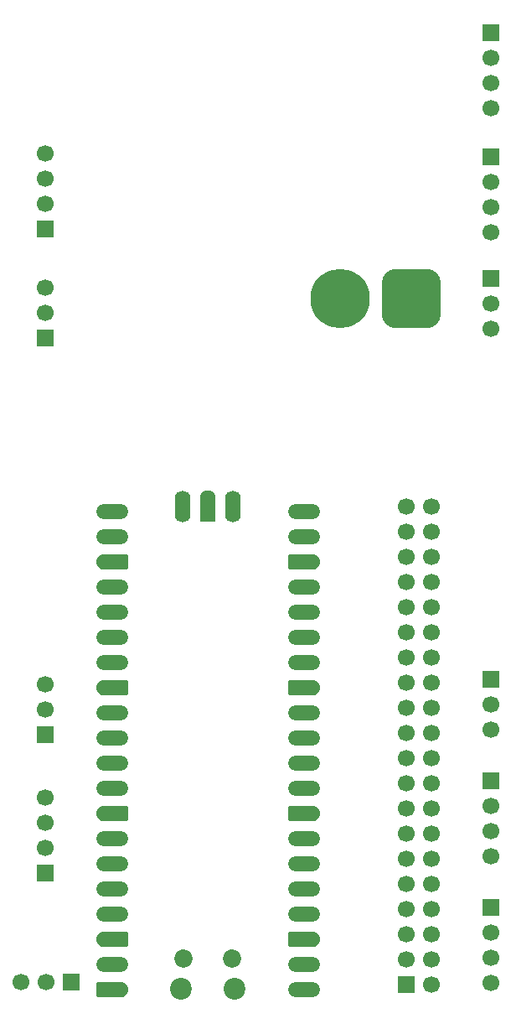
<source format=gbr>
%TF.GenerationSoftware,KiCad,Pcbnew,9.0.2*%
%TF.CreationDate,2025-07-10T20:26:42+02:00*%
%TF.ProjectId,pcb,7063622e-6b69-4636-9164-5f7063625858,rev?*%
%TF.SameCoordinates,Original*%
%TF.FileFunction,Soldermask,Bot*%
%TF.FilePolarity,Negative*%
%FSLAX46Y46*%
G04 Gerber Fmt 4.6, Leading zero omitted, Abs format (unit mm)*
G04 Created by KiCad (PCBNEW 9.0.2) date 2025-07-10 20:26:42*
%MOMM*%
%LPD*%
G01*
G04 APERTURE LIST*
G04 Aperture macros list*
%AMRoundRect*
0 Rectangle with rounded corners*
0 $1 Rounding radius*
0 $2 $3 $4 $5 $6 $7 $8 $9 X,Y pos of 4 corners*
0 Add a 4 corners polygon primitive as box body*
4,1,4,$2,$3,$4,$5,$6,$7,$8,$9,$2,$3,0*
0 Add four circle primitives for the rounded corners*
1,1,$1+$1,$2,$3*
1,1,$1+$1,$4,$5*
1,1,$1+$1,$6,$7*
1,1,$1+$1,$8,$9*
0 Add four rect primitives between the rounded corners*
20,1,$1+$1,$2,$3,$4,$5,0*
20,1,$1+$1,$4,$5,$6,$7,0*
20,1,$1+$1,$6,$7,$8,$9,0*
20,1,$1+$1,$8,$9,$2,$3,0*%
%AMFreePoly0*
4,1,37,0.800000,0.796148,0.878414,0.796148,1.032228,0.765552,1.177117,0.705537,1.307515,0.618408,1.418408,0.507515,1.505537,0.377117,1.565552,0.232228,1.596148,0.078414,1.596148,-0.078414,1.565552,-0.232228,1.505537,-0.377117,1.418408,-0.507515,1.307515,-0.618408,1.177117,-0.705537,1.032228,-0.765552,0.878414,-0.796148,0.800000,-0.796148,0.800000,-0.800000,-1.400000,-0.800000,
-1.403843,-0.796157,-1.439018,-0.796157,-1.511114,-0.766294,-1.566294,-0.711114,-1.596157,-0.639018,-1.596157,-0.603843,-1.600000,-0.600000,-1.600000,0.600000,-1.596157,0.603843,-1.596157,0.639018,-1.566294,0.711114,-1.511114,0.766294,-1.439018,0.796157,-1.403843,0.796157,-1.400000,0.800000,0.800000,0.800000,0.800000,0.796148,0.800000,0.796148,$1*%
%AMFreePoly1*
4,1,37,1.403843,0.796157,1.439018,0.796157,1.511114,0.766294,1.566294,0.711114,1.596157,0.639018,1.596157,0.603843,1.600000,0.600000,1.600000,-0.600000,1.596157,-0.603843,1.596157,-0.639018,1.566294,-0.711114,1.511114,-0.766294,1.439018,-0.796157,1.403843,-0.796157,1.400000,-0.800000,-0.800000,-0.800000,-0.800000,-0.796148,-0.878414,-0.796148,-1.032228,-0.765552,-1.177117,-0.705537,
-1.307515,-0.618408,-1.418408,-0.507515,-1.505537,-0.377117,-1.565552,-0.232228,-1.596148,-0.078414,-1.596148,0.078414,-1.565552,0.232228,-1.505537,0.377117,-1.418408,0.507515,-1.307515,0.618408,-1.177117,0.705537,-1.032228,0.765552,-0.878414,0.796148,-0.800000,0.796148,-0.800000,0.800000,1.400000,0.800000,1.403843,0.796157,1.403843,0.796157,$1*%
%AMFreePoly2*
4,1,37,1.600000,0.796148,1.678414,0.796148,1.832228,0.765552,1.977117,0.705537,2.107515,0.618408,2.218408,0.507515,2.305537,0.377117,2.365552,0.232228,2.396148,0.078414,2.396148,-0.078414,2.365552,-0.232228,2.305537,-0.377117,2.218408,-0.507515,2.107515,-0.618408,1.977117,-0.705537,1.832228,-0.765552,1.678414,-0.796148,1.600000,-0.796148,1.600000,-0.800000,-0.600000,-0.800000,
-0.603843,-0.796157,-0.639018,-0.796157,-0.711114,-0.766294,-0.766294,-0.711114,-0.796157,-0.639018,-0.796157,-0.603843,-0.800000,-0.600000,-0.800000,0.600000,-0.796157,0.603843,-0.796157,0.639018,-0.766294,0.711114,-0.711114,0.766294,-0.639018,0.796157,-0.603843,0.796157,-0.600000,0.800000,1.600000,0.800000,1.600000,0.796148,1.600000,0.796148,$1*%
G04 Aperture macros list end*
%ADD10R,1.700000X1.700000*%
%ADD11C,1.700000*%
%ADD12RoundRect,1.500000X1.500000X1.500000X-1.500000X1.500000X-1.500000X-1.500000X1.500000X-1.500000X0*%
%ADD13C,6.000000*%
%ADD14C,2.200000*%
%ADD15C,1.850000*%
%ADD16FreePoly0,0.000000*%
%ADD17RoundRect,0.800000X-0.800000X-0.000010X0.800000X-0.000010X0.800000X0.000010X-0.800000X0.000010X0*%
%ADD18FreePoly1,0.000000*%
%ADD19RoundRect,0.800000X-0.000010X0.800000X-0.000010X-0.800000X0.000010X-0.800000X0.000010X0.800000X0*%
%ADD20FreePoly2,90.000000*%
G04 APERTURE END LIST*
D10*
%TO.C,J706*%
X173000000Y-75190000D03*
D11*
X173000000Y-77730000D03*
X173000000Y-80270000D03*
X173000000Y-82810000D03*
%TD*%
D10*
%TO.C,J713*%
X173000000Y-87500000D03*
D11*
X173000000Y-90040000D03*
X173000000Y-92580000D03*
%TD*%
D10*
%TO.C,J704*%
X128000000Y-82500000D03*
D11*
X128000000Y-79960000D03*
X128000000Y-77420000D03*
X128000000Y-74880000D03*
%TD*%
D10*
%TO.C,J708*%
X173000000Y-151000000D03*
D11*
X173000000Y-153540000D03*
X173000000Y-156080000D03*
X173000000Y-158620000D03*
%TD*%
D10*
%TO.C,J707*%
X173000000Y-138190000D03*
D11*
X173000000Y-140730000D03*
X173000000Y-143270000D03*
X173000000Y-145810000D03*
%TD*%
D10*
%TO.C,J710*%
X128000000Y-93500000D03*
D11*
X128000000Y-90960000D03*
X128000000Y-88420000D03*
%TD*%
D10*
%TO.C,J717*%
X128000000Y-133500000D03*
D11*
X128000000Y-130960000D03*
X128000000Y-128420000D03*
%TD*%
D10*
%TO.C,J705*%
X173000000Y-62690000D03*
D11*
X173000000Y-65230000D03*
X173000000Y-67770000D03*
X173000000Y-70310000D03*
%TD*%
D10*
%TO.C,J702*%
X130580000Y-158500000D03*
D11*
X128040000Y-158500000D03*
X125500000Y-158500000D03*
%TD*%
D10*
%TO.C,J715*%
X173000000Y-127960000D03*
D11*
X173000000Y-130500000D03*
X173000000Y-133040000D03*
%TD*%
D10*
%TO.C,J709*%
X128000000Y-147500000D03*
D11*
X128000000Y-144960000D03*
X128000000Y-142420000D03*
X128000000Y-139880000D03*
%TD*%
D10*
%TO.C,J701*%
X164460000Y-158740000D03*
D11*
X167000000Y-158740000D03*
X164460000Y-156200000D03*
X167000000Y-156200000D03*
X164460000Y-153660000D03*
X167000000Y-153660000D03*
X164460000Y-151120000D03*
X167000000Y-151120000D03*
X164460000Y-148580000D03*
X167000000Y-148580000D03*
X164460000Y-146040000D03*
X167000000Y-146040000D03*
X164460000Y-143500000D03*
X167000000Y-143500000D03*
X164460000Y-140960000D03*
X167000000Y-140960000D03*
X164460000Y-138420000D03*
X167000000Y-138420000D03*
X164460000Y-135880000D03*
X167000000Y-135880000D03*
X164460000Y-133340000D03*
X167000000Y-133340000D03*
X164460000Y-130800000D03*
X167000000Y-130800000D03*
X164460000Y-128260000D03*
X167000000Y-128260000D03*
X164460000Y-125720000D03*
X167000000Y-125720000D03*
X164460000Y-123180000D03*
X167000000Y-123180000D03*
X164460000Y-120640000D03*
X167000000Y-120640000D03*
X164460000Y-118100000D03*
X167000000Y-118100000D03*
X164460000Y-115560000D03*
X167000000Y-115560000D03*
X164460000Y-113020000D03*
X167000000Y-113020000D03*
X164460000Y-110480000D03*
X167000000Y-110480000D03*
%TD*%
D12*
%TO.C,BT701*%
X165000000Y-89500000D03*
D13*
X157800000Y-89500000D03*
%TD*%
D14*
%TO.C,A701*%
X141700000Y-159175000D03*
D15*
X142000000Y-156145000D03*
X146850000Y-156145000D03*
D14*
X147150000Y-159175000D03*
D16*
X134735000Y-159305000D03*
D17*
X134735000Y-156765000D03*
D18*
X134735000Y-154225000D03*
D17*
X134735000Y-151685000D03*
X134735000Y-149145000D03*
X134735000Y-146605000D03*
X134735000Y-144065000D03*
D18*
X134735000Y-141525000D03*
D17*
X134735000Y-138985000D03*
X134735000Y-136445000D03*
X134735000Y-133905000D03*
X134735000Y-131365000D03*
D18*
X134735000Y-128825000D03*
D17*
X134735000Y-126285000D03*
X134735000Y-123745000D03*
X134735000Y-121205000D03*
X134735000Y-118665000D03*
D18*
X134735000Y-116125000D03*
D17*
X134735000Y-113585000D03*
X134735000Y-111045000D03*
X154115000Y-111045000D03*
X154115000Y-113585000D03*
D16*
X154115000Y-116125000D03*
D17*
X154115000Y-118665000D03*
X154115000Y-121205000D03*
X154115000Y-123745000D03*
X154115000Y-126285000D03*
D16*
X154115000Y-128825000D03*
D17*
X154115000Y-131365000D03*
X154115000Y-133905000D03*
X154115000Y-136445000D03*
X154115000Y-138985000D03*
D16*
X154115000Y-141525000D03*
D17*
X154115000Y-144065000D03*
X154115000Y-146605000D03*
X154115000Y-149145000D03*
X154115000Y-151685000D03*
D16*
X154115000Y-154225000D03*
D17*
X154115000Y-156765000D03*
X154115000Y-159305000D03*
D19*
X141885000Y-110475000D03*
D20*
X144425000Y-111275000D03*
D19*
X146965000Y-110475000D03*
%TD*%
M02*

</source>
